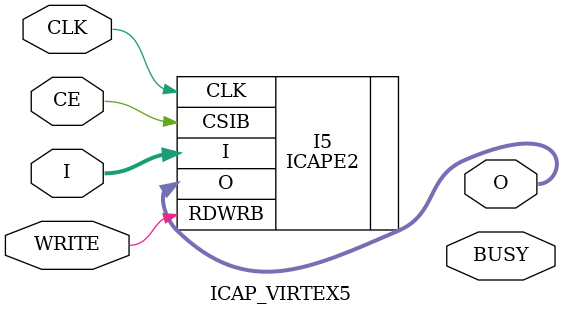
<source format=v>

`timescale 1 ps / 1 ps 

module ICAP_VIRTEX5 (
	BUSY,
	O,
	CE,
	CLK,
	I,
	WRITE
);

output BUSY;
output [31:0] O;

input CE;
input CLK;
input WRITE;
input [31:0] I;

parameter ICAP_WIDTH = "X8";

ICAPE2 #(.ICAP_WIDTH(ICAP_WIDTH)) I5 ( .O(O), .CLK(CLK), .CSIB(CE), .I(I), .RDWRB(WRITE));

endmodule

</source>
